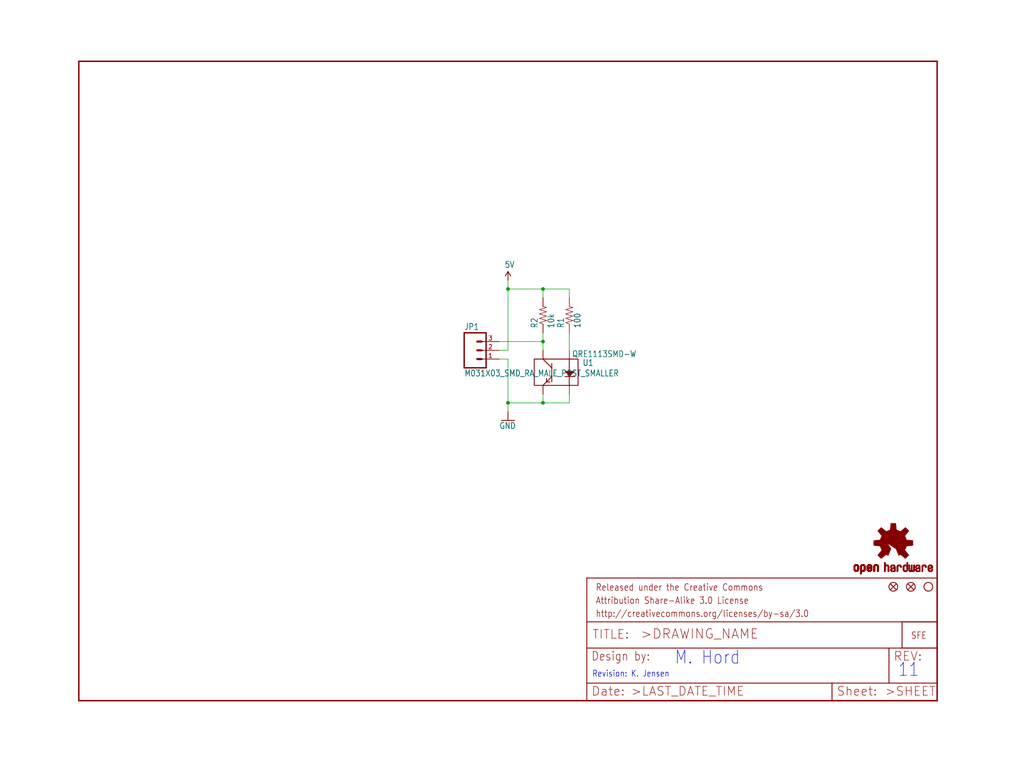
<source format=kicad_sch>
(kicad_sch (version 20211123) (generator eeschema)
  (paper "User" 297.002 223.926)
  (lib_symbols
    (symbol "schematicEagle-eagle-import:100-1%"
      (property "Reference" "R" (at -3.81 1.4986 0))
      (property "Value" "100-1%" (at -3.81 -3.302 0))
      (symbol "100-1%_1_0"
        (pin passive line (at -5.08 0 0) (length 2.54) (name "1") (number "1"))
        (pin passive line (at 5.08 0 180) (length 2.54) (name "2") (number "2"))
      )
    )
    (symbol "schematicEagle-eagle-import:10KOHM1{slash}10W1%(0603)0603"
      (property "Reference" "R" (at -3.81 1.4986 0))
      (property "Value" "10KOHM1{slash}10W1%(0603)0603" (at -3.81 -3.302 0))
      (symbol "10KOHM1{slash}10W1%(0603)0603_1_0"
        (pin passive line (at -5.08 0 0) (length 2.54) (name "1") (number "1"))
        (pin passive line (at 5.08 0 180) (length 2.54) (name "2") (number "2"))
      )
    )
    (symbol "schematicEagle-eagle-import:5V" (power)
      (property "Value" "5V" (at -1.016 3.556 0))
      (symbol "5V_1_0"
        (pin power_in line (at 0 0 90) (length 2.54) (name "5V") (number "1"))
      )
    )
    (symbol "schematicEagle-eagle-import:FIDUCIAL1X2")
    (symbol "schematicEagle-eagle-import:FRAME-LETTER"
      (symbol "FRAME-LETTER_2_0"
        (text ">DRAWING_NAME" (at 15.494 17.78 0) (effects (font (size 2.7432 2.7432)) (justify left bottom)))
        (text ">LAST_DATE_TIME" (at 12.7 1.27 0) (effects (font (size 2.54 2.54)) (justify left bottom)))
        (text ">SHEET" (at 86.36 1.27 0) (effects (font (size 2.54 2.54)) (justify left bottom)))
        (text "Attribution Share-Alike 3.0 License" (at 2.54 27.94 0) (effects (font (size 1.9304 1.6408)) (justify left bottom)))
        (text "Date:" (at 1.27 1.27 0) (effects (font (size 2.54 2.54)) (justify left bottom)))
        (text "Design by:" (at 1.27 11.43 0) (effects (font (size 2.54 2.159)) (justify left bottom)))
        (text "http://creativecommons.org/licenses/by-sa/3.0" (at 2.54 24.13 0) (effects (font (size 1.9304 1.6408)) (justify left bottom)))
        (text "Released under the Creative Commons" (at 2.54 31.75 0) (effects (font (size 1.9304 1.6408)) (justify left bottom)))
        (text "REV:" (at 88.9 11.43 0) (effects (font (size 2.54 2.54)) (justify left bottom)))
        (text "Sheet:" (at 72.39 1.27 0) (effects (font (size 2.54 2.54)) (justify left bottom)))
        (text "TITLE:" (at 1.524 17.78 0) (effects (font (size 2.54 2.54)) (justify left bottom)))
      )
    )
    (symbol "schematicEagle-eagle-import:GND" (power)
      (property "Value" "GND" (at -2.54 -2.54 0))
      (symbol "GND_1_0"
        (pin power_in line (at 0 2.54 270) (length 2.54) (name "GND") (number "1"))
      )
    )
    (symbol "schematicEagle-eagle-import:LOGO-SFESK"
      (symbol "LOGO-SFESK_1_0"
        (text "SFE" (at 0 0 0) (effects (font (size 1.9304 1.6408)) (justify left bottom)))
      )
    )
    (symbol "schematicEagle-eagle-import:M031X03_SMD_RA_MALE_POST_SMALLER"
      (property "Reference" "JP" (at -2.54 5.842 0))
      (property "Value" "M031X03_SMD_RA_MALE_POST_SMALLER" (at -2.54 -7.62 0))
      (symbol "M031X03_SMD_RA_MALE_POST_SMALLER_1_0"
        (pin passive line (at 7.62 -2.54 180) (length 5.08) (name "1") (number "1"))
        (pin passive line (at 7.62 0 180) (length 5.08) (name "2") (number "2"))
        (pin passive line (at 7.62 2.54 180) (length 5.08) (name "3") (number "3"))
      )
    )
    (symbol "schematicEagle-eagle-import:OSHW-LOGOS")
    (symbol "schematicEagle-eagle-import:QRE1113SMD-W"
      (property "Reference" "U" (at -1.27 -7.112 0))
      (property "Value" "QRE1113SMD-W" (at -1.778 3.048 0))
      (symbol "QRE1113SMD-W_1_0"
        (pin bidirectional line (at 5.08 5.08 270) (length 2.54) (name "A") (number "1"))
        (pin bidirectional line (at 5.08 -7.62 90) (length 2.54) (name "K") (number "2"))
        (pin bidirectional line (at -2.54 5.08 270) (length 2.54) (name "C") (number "3"))
        (pin bidirectional line (at -2.54 -7.62 90) (length 2.54) (name "E") (number "4"))
      )
    )
    (symbol "schematicEagle-eagle-import:STAND-OFF")
  )
  (junction (at 157.48 99.06))
  (junction (at 157.48 83.82))
  (junction (at 147.32 116.84))
  (junction (at 157.48 116.84))
  (junction (at 147.32 83.82))
  (wire (pts (xy 157.48 116.84) (xy 147.32 116.84)))
  (wire (pts (xy 144.78 99.06) (xy 157.48 99.06)))
  (wire (pts (xy 157.48 96.52) (xy 157.48 99.06)))
  (wire (pts (xy 147.32 101.6) (xy 144.78 101.6)))
  (wire (pts (xy 147.32 104.14) (xy 144.78 104.14)))
  (wire (pts (xy 165.1 96.52) (xy 165.1 101.6)))
  (wire (pts (xy 157.48 83.82) (xy 157.48 86.36)))
  (wire (pts (xy 157.48 83.82) (xy 165.1 83.82)))
  (wire (pts (xy 157.48 116.84) (xy 165.1 116.84)))
  (wire (pts (xy 147.32 83.82) (xy 147.32 101.6)))
  (wire (pts (xy 157.48 99.06) (xy 157.48 101.6)))
  (wire (pts (xy 165.1 116.84) (xy 165.1 114.3)))
  (wire (pts (xy 147.32 119.38) (xy 147.32 116.84)))
  (wire (pts (xy 147.32 116.84) (xy 147.32 104.14)))
  (wire (pts (xy 165.1 83.82) (xy 165.1 86.36)))
  (wire (pts (xy 147.32 83.82) (xy 157.48 83.82)))
  (wire (pts (xy 147.32 81.28) (xy 147.32 83.82)))
  (wire (pts (xy 157.48 114.3) (xy 157.48 116.84)))
  (text "M. Hord" (at 195.58 193.04 180) (effects (font (size 3.81 3.2385)) (justify left bottom)))
  (text "Revision: K. Jensen" (at 171.704 196.596 180) (effects (font (size 1.778 1.5113)) (justify left bottom)))
  (text "11" (at 260.35 196.596 180) (effects (font (size 3.81 3.2385)) (justify left bottom)))
  (symbol (lib_id "schematicEagle-eagle-import:GND") (at 147.32 121.92 0) (unit 1)
    (property "Reference" "#GND1" (effects hide))
    (property "Value" "GND" (at 144.78 124.46 0) (effects (font (size 1.778 1.5113)) (justify left bottom)))
    (property "Footprint" "schematicEagle:" (effects hide))
  )
  (symbol (lib_id "schematicEagle-eagle-import:M031X03_SMD_RA_MALE_POST_SMALLER") (at 137.16 101.6 0) (unit 1)
    (property "Reference" "JP1" (at 134.62 95.758 0) (effects (font (size 1.778 1.5113)) (justify left bottom)))
    (property "Value" "M031X03_SMD_RA_MALE_POST_SMALLER" (at 134.62 109.22 0) (effects (font (size 1.778 1.5113)) (justify left bottom)))
    (property "Footprint" "schematicEagle:1X03_SMD_RA_MALE_POST_SMALLER" (effects hide))
  )
  (symbol (lib_id "schematicEagle-eagle-import:FIDUCIAL1X2") (at 259.08 170.18 0) (unit 1)
    (property "Reference" "FID2" (effects hide))
    (property "Value" "FIDUCIAL1X2" (effects hide))
    (property "Footprint" "schematicEagle:FIDUCIAL-1X2" (effects hide))
  )
  (symbol (lib_id "schematicEagle-eagle-import:FRAME-LETTER") (at 170.18 203.2 0) (unit 2)
    (property "Reference" "FRAME1" (effects hide))
    (property "Value" "FRAME-LETTER" (effects hide))
    (property "Footprint" "schematicEagle:CREATIVE_COMMONS" (effects hide))
  )
  (symbol (lib_id "schematicEagle-eagle-import:QRE1113SMD-W") (at 160.02 106.68 0) (unit 1)
    (property "Reference" "U1" (at 168.91 106.172 0) (effects (font (size 1.778 1.5113)) (justify left bottom)))
    (property "Value" "QRE1113SMD-W" (at 165.862 103.632 0) (effects (font (size 1.778 1.5113)) (justify left bottom)))
    (property "Footprint" "schematicEagle:QRE1113-W" (effects hide))
  )
  (symbol (lib_id "schematicEagle-eagle-import:STAND-OFF") (at 269.24 170.18 0) (unit 1)
    (property "Reference" "STANDOFF1" (effects hide))
    (property "Value" "STAND-OFF" (effects hide))
    (property "Footprint" "schematicEagle:STAND-OFF" (effects hide))
  )
  (symbol (lib_id "schematicEagle-eagle-import:100-1%") (at 165.1 91.44 90) (unit 1)
    (property "Reference" "R1" (at 163.6014 95.25 0) (effects (font (size 1.778 1.5113)) (justify left bottom)))
    (property "Value" "100" (at 168.402 95.25 0) (effects (font (size 1.778 1.5113)) (justify left bottom)))
    (property "Footprint" "schematicEagle:0603-RES" (effects hide))
  )
  (symbol (lib_id "schematicEagle-eagle-import:OSHW-LOGOS") (at 259.08 157.48 0) (unit 1)
    (property "Reference" "LOGO2" (effects hide))
    (property "Value" "OSHW-LOGOS" (effects hide))
    (property "Footprint" "schematicEagle:OSHW-LOGO-S" (effects hide))
  )
  (symbol (lib_id "schematicEagle-eagle-import:10KOHM1{slash}10W1%(0603)0603") (at 157.48 91.44 90) (unit 1)
    (property "Reference" "R2" (at 155.9814 95.25 0) (effects (font (size 1.778 1.5113)) (justify left bottom)))
    (property "Value" "10k" (at 160.782 95.25 0) (effects (font (size 1.778 1.5113)) (justify left bottom)))
    (property "Footprint" "schematicEagle:0603-RES" (effects hide))
  )
  (symbol (lib_id "schematicEagle-eagle-import:FRAME-LETTER") (at 22.86 203.2 0) (unit 1)
    (property "Reference" "FRAME1" (effects hide))
    (property "Value" "FRAME-LETTER" (effects hide))
    (property "Footprint" "schematicEagle:CREATIVE_COMMONS" (effects hide))
  )
  (symbol (lib_id "schematicEagle-eagle-import:LOGO-SFESK") (at 264.16 185.42 0) (unit 1)
    (property "Reference" "LOGO3" (effects hide))
    (property "Value" "LOGO-SFESK" (effects hide))
    (property "Footprint" "schematicEagle:SFE-LOGO-FLAME" (effects hide))
  )
  (symbol (lib_id "schematicEagle-eagle-import:5V") (at 147.32 81.28 0) (unit 1)
    (property "Reference" "#SUPPLY1" (effects hide))
    (property "Value" "5V" (at 146.304 77.724 0) (effects (font (size 1.778 1.5113)) (justify left bottom)))
    (property "Footprint" "schematicEagle:" (effects hide))
  )
  (symbol (lib_id "schematicEagle-eagle-import:FIDUCIAL1X2") (at 264.16 170.18 0) (unit 1)
    (property "Reference" "FID1" (effects hide))
    (property "Value" "FIDUCIAL1X2" (effects hide))
    (property "Footprint" "schematicEagle:FIDUCIAL-1X2" (effects hide))
  )
)
</source>
